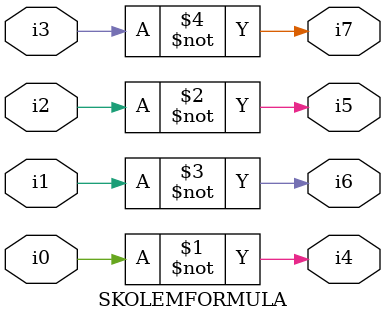
<source format=v>

module SKOLEMFORMULA ( 
    i0, i1, i2, i3,
    i4, i5, i6, i7  );
  input  i0, i1, i2, i3;
  output i4, i5, i6, i7;
  assign i4 = ~i0;
  assign i5 = ~i2;
  assign i6 = ~i1;
  assign i7 = ~i3;
endmodule



</source>
